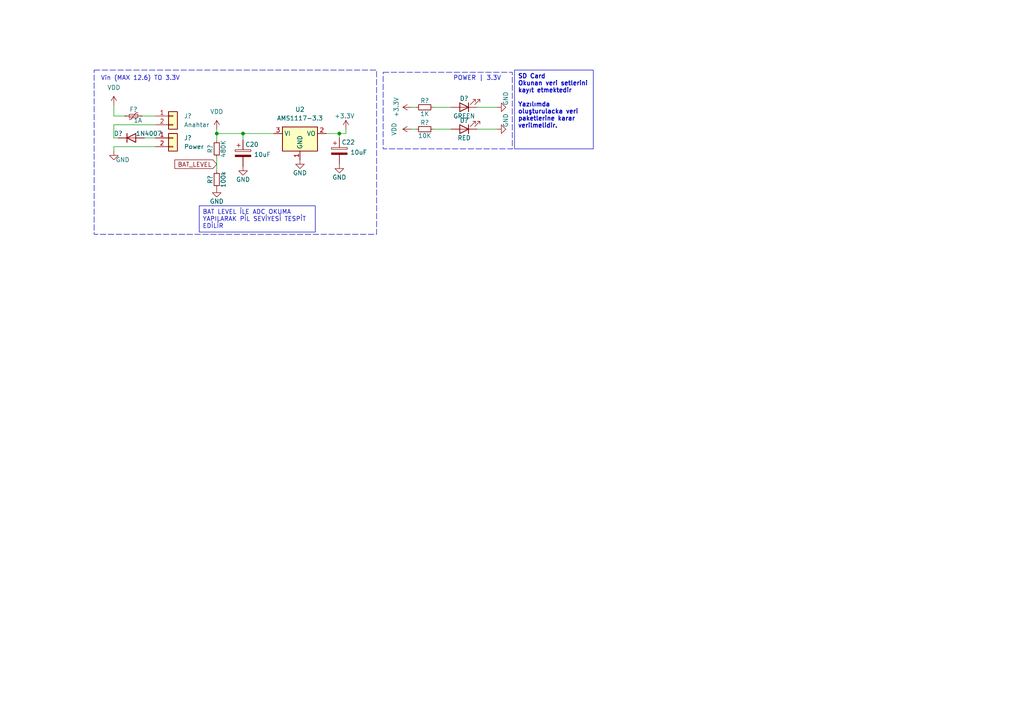
<source format=kicad_sch>
(kicad_sch (version 20230121) (generator eeschema)
  (paper "A4")
  (lib_symbols
    (symbol "Connector_Generic:Conn_01x02" (pin_names (offset 1.016) hide)
      (property "Reference" "J" (at 0 2.54 0))
      (property "Value" "Conn_01x02" (at 0 -5.08 0))
      (symbol "Conn_01x02_1_1"
        (rectangle (start -1.27 -2.413) (end 0 -2.667) (stroke (width 0.1524)))
        (rectangle (start -1.27 0.127) (end 0 -0.127) (stroke (width 0.1524)))
        (rectangle (start -1.27 1.27) (end 1.27 -3.81) (stroke (width 0.254)) (fill (type background)))
        (pin passive line (at -5.08 0 0) (length 3.81) (name "Pin_1") (number "1"))
        (pin passive line (at -5.08 -2.54 0) (length 3.81) (name "Pin_2") (number "2"))
      )
    )
    (symbol "Device:C_Polarized" (pin_numbers hide) (pin_names (offset 0.254))
      (property "Reference" "C" (at 0.635 2.54 0))
      (property "Value" "C_Polarized" (at 0.635 -2.54 0))
      (symbol "C_Polarized_0_1"
        (rectangle (start -2.286 0.508) (end 2.286 1.016))
        (polyline (pts (xy -1.778 2.286) (xy -0.762 2.286)))
        (polyline (pts (xy -1.27 2.794) (xy -1.27 1.778)))
        (rectangle (start 2.286 -0.508) (end -2.286 -1.016) (fill (type outline)))
      )
      (symbol "C_Polarized_1_1"
        (pin passive line (at 0 3.81 270) (length 2.794) (name "~") (number "1"))
        (pin passive line (at 0 -3.81 90) (length 2.794) (name "~") (number "2"))
      )
    )
    (symbol "Device:LED" (pin_numbers hide) (pin_names (offset 1.016) hide)
      (property "Reference" "D" (at 0 2.54 0))
      (property "Value" "LED" (at 0 -2.54 0))
      (symbol "LED_0_1"
        (polyline (pts (xy -1.27 -1.27) (xy -1.27 1.27)) (stroke (width 0.254)))
        (polyline (pts (xy -1.27 0) (xy 1.27 0)))
        (polyline (pts (xy 1.27 -1.27) (xy 1.27 1.27) (xy -1.27 0) (xy 1.27 -1.27)) (stroke (width 0.254)))
        (polyline (pts (xy -3.048 -0.762) (xy -4.572 -2.286) (xy -3.81 -2.286) (xy -4.572 -2.286) (xy -4.572 -1.524)))
        (polyline (pts (xy -1.778 -0.762) (xy -3.302 -2.286) (xy -2.54 -2.286) (xy -3.302 -2.286) (xy -3.302 -1.524)))
      )
      (symbol "LED_1_1"
        (pin passive line (at -3.81 0 0) (length 2.54) (name "K") (number "1"))
        (pin passive line (at 3.81 0 180) (length 2.54) (name "A") (number "2"))
      )
    )
    (symbol "Device:Polyfuse_Small" (pin_numbers hide) (pin_names (offset 0))
      (property "Reference" "F" (at -1.905 0 90))
      (property "Value" "Polyfuse_Small" (at 1.905 0 90))
      (symbol "Polyfuse_Small_0_1"
        (rectangle (start -0.508 1.27) (end 0.508 -1.27))
        (polyline (pts (xy 0 2.54) (xy 0 -2.54)))
        (polyline (pts (xy -1.016 1.27) (xy -1.016 0.762) (xy 1.016 -0.762) (xy 1.016 -1.27)))
      )
      (symbol "Polyfuse_Small_1_1"
        (pin passive line (at 0 2.54 270) (length 0.635) (name "~") (number "1"))
        (pin passive line (at 0 -2.54 90) (length 0.635) (name "~") (number "2"))
      )
    )
    (symbol "Device:R_Small" (pin_numbers hide) (pin_names (offset 0.254) hide)
      (property "Reference" "R" (at 0.762 0.508 0))
      (property "Value" "R_Small" (at 0.762 -1.016 0))
      (symbol "R_Small_0_1"
        (rectangle (start -0.762 1.778) (end 0.762 -1.778) (stroke (width 0.2032)))
      )
      (symbol "R_Small_1_1"
        (pin passive line (at 0 2.54 270) (length 0.762) (name "~") (number "1"))
        (pin passive line (at 0 -2.54 90) (length 0.762) (name "~") (number "2"))
      )
    )
    (symbol "Diode:1N4148W" (pin_numbers hide) (pin_names hide)
      (property "Reference" "D" (at 0 2.54 0))
      (property "Value" "1N4148W" (at 0 -2.54 0))
      (symbol "1N4148W_0_1"
        (polyline (pts (xy -1.27 1.27) (xy -1.27 -1.27)) (stroke (width 0.254)))
        (polyline (pts (xy 1.27 0) (xy -1.27 0)))
        (polyline (pts (xy 1.27 1.27) (xy 1.27 -1.27) (xy -1.27 0) (xy 1.27 1.27)) (stroke (width 0.254)))
      )
      (symbol "1N4148W_1_1"
        (pin passive line (at -3.81 0 0) (length 2.54) (name "K") (number "1"))
        (pin passive line (at 3.81 0 180) (length 2.54) (name "A") (number "2"))
      )
    )
    (symbol "Regulator_Linear:AMS1117-3.3"
      (property "Reference" "U" (at -3.81 3.175 0))
      (property "Value" "AMS1117-3.3" (at 0 3.175 0))
      (symbol "AMS1117-3.3_0_1"
        (rectangle (start -5.08 -5.08) (end 5.08 1.905) (stroke (width 0.254)) (fill (type background)))
      )
      (symbol "AMS1117-3.3_1_1"
        (pin power_in line (at 0 -7.62 90) (length 2.54) (name "GND") (number "1"))
        (pin power_out line (at 7.62 0 180) (length 2.54) (name "VO") (number "2"))
        (pin power_in line (at -7.62 0 0) (length 2.54) (name "VI") (number "3"))
      )
    )
    (symbol "power:+3.3V" (power) (pin_names (offset 0))
      (property "Value" "+3.3V" (at 0 3.556 0))
      (symbol "+3.3V_0_1"
        (polyline (pts (xy -0.762 1.27) (xy 0 2.54)))
        (polyline (pts (xy 0 0) (xy 0 2.54)))
        (polyline (pts (xy 0 2.54) (xy 0.762 1.27)))
      )
      (symbol "+3.3V_1_1"
        (pin power_in line (at 0 0 90) (length 0) hide (name "+3.3V") (number "1"))
      )
    )
    (symbol "power:GND" (power) (pin_names (offset 0))
      (property "Value" "GND" (at 0 -3.81 0))
      (symbol "GND_0_1"
        (polyline (pts (xy 0 0) (xy 0 -1.27) (xy 1.27 -1.27) (xy 0 -2.54) (xy -1.27 -1.27) (xy 0 -1.27)))
      )
      (symbol "GND_1_1"
        (pin power_in line (at 0 0 270) (length 0) hide (name "GND") (number "1"))
      )
    )
    (symbol "power:VDD" (power) (pin_names (offset 0))
      (property "Value" "VDD" (at 0 3.81 0))
      (symbol "VDD_0_1"
        (polyline (pts (xy -0.762 1.27) (xy 0 2.54)))
        (polyline (pts (xy 0 0) (xy 0 2.54)))
        (polyline (pts (xy 0 2.54) (xy 0.762 1.27)))
      )
      (symbol "VDD_1_1"
        (pin power_in line (at 0 0 90) (length 0) hide (name "VDD") (number "1"))
      )
    )
  )
  (junction (at 70.485 38.735))
  (junction (at 98.425 38.735))
  (junction (at 62.865 38.735))
  (wire (pts (xy 36.195 33.655) (xy 33.02 33.655)))
  (wire (pts (xy 33.02 36.195) (xy 33.02 40.005)))
  (wire (pts (xy 94.615 38.735) (xy 98.425 38.735)))
  (wire (pts (xy 41.275 33.655) (xy 45.085 33.655)))
  (wire (pts (xy 119.38 31.115) (xy 120.65 31.115)))
  (wire (pts (xy 41.91 40.005) (xy 45.085 40.005)))
  (wire (pts (xy 100.33 37.465) (xy 100.33 38.735)))
  (wire (pts (xy 125.73 31.115) (xy 130.81 31.115)))
  (wire (pts (xy 70.485 40.64) (xy 70.485 38.735)))
  (wire (pts (xy 62.865 38.735) (xy 70.485 38.735)))
  (wire (pts (xy 33.02 42.545) (xy 33.02 43.815)))
  (wire (pts (xy 45.085 42.545) (xy 33.02 42.545)))
  (wire (pts (xy 62.865 45.72) (xy 62.865 49.53)))
  (wire (pts (xy 125.73 37.465) (xy 130.81 37.465)))
  (wire (pts (xy 119.38 37.465) (xy 120.65 37.465)))
  (wire (pts (xy 138.43 31.115) (xy 144.145 31.115)))
  (wire (pts (xy 33.02 40.005) (xy 34.29 40.005)))
  (wire (pts (xy 138.43 37.465) (xy 144.145 37.465)))
  (wire (pts (xy 33.02 36.195) (xy 45.085 36.195)))
  (wire (pts (xy 62.865 38.735) (xy 62.865 40.64)))
  (wire (pts (xy 100.33 38.735) (xy 98.425 38.735)))
  (wire (pts (xy 70.485 38.735) (xy 79.375 38.735)))
  (wire (pts (xy 98.425 38.735) (xy 98.425 40.005)))
  (wire (pts (xy 33.02 30.48) (xy 33.02 33.655)))
  (wire (pts (xy 62.865 37.465) (xy 62.865 38.735)))
  (rectangle (start 27.305 20.32) (end 109.22 67.945) (stroke (width 0) (type dash)))
  (rectangle (start 111.125 20.955) (end 148.59 43.18) (stroke (width 0) (type dash)))
  (text_box "SD Card\nOkunan veri setlerini kayıt etmektedir\n\nYazılımda oluşturulacka veri paketlerine karar verilmelidir.\n" (at 149.225 20.32 0) (size 22.86 22.86) (effects (font (size 1.27 1.27) bold) (justify left top)))
  (text_box "BAT LEVEL İLE ADC OKUMA YAPILARAK PİL SEVİYESİ TESPİT EDİLİR" (at 57.785 59.69 0) (size 33.655 7.62) (effects (font (size 1.27 1.27)) (justify left top)))
  (text "Vin (MAX 12.6) TO 3.3V" (at 29.21 23.495 0) (effects (font (size 1.27 1.27)) (justify left bottom)))
  (text "POWER | 3.3V" (at 131.445 23.495 0) (effects (font (size 1.27 1.27)) (justify left bottom)))
  (global_label "BAT_LEVEL" (shape input) (at 62.865 47.625 180) (property "Intersheetrefs" "${INTERSHEET_REFS}" (effects hide)))
  (symbol (lib_id "power:GND") (at 144.145 31.115 90) (unit 1)
    (property "Reference" "#PWR?" (effects hide))
    (property "Value" "GND" (at 146.685 28.575 0))
    (instances (project "Adberilgen_Ana_Sistem" (path "" (reference "#PWR?") (unit 1))) (project "hecatlon_raid_eye" (path "" (reference "#PWR071") (unit 1)) (path "" (reference "#PWR040") (unit 1))) (project "Flight_Control_Card" (path "" (reference "#PWR?") (unit 1))) (project "Adberilgen_Ana_Sistem_V2" (path "" (reference "#PWR?") (unit 1))) (project "Flight_Control_Card_V2" (path "" (reference "#PWR?") (unit 1))))
  )
  (symbol (lib_id "power:GND") (at 98.425 47.625 0) (unit 1)
    (property "Reference" "#PWR040" (effects hide))
    (property "Value" "GND" (at 98.425 51.435 0))
    (instances (project "hecatlon_raid_eye" (path "" (reference "#PWR040") (unit 1)) (path "" (reference "#PWR071") (unit 1))) (project "BeyondX_Özgün_UKB" (path "" (reference "#PWR?") (unit 1))))
  )
  (symbol (lib_id "power:GND") (at 33.02 43.815 0) (unit 1)
    (property "Reference" "#PWR?" (effects hide))
    (property "Value" "GND" (at 35.56 46.355 0))
    (instances (project "Adberilgen_Ana_Sistem" (path "" (reference "#PWR?") (unit 1))) (project "hecatlon_raid_eye" (path "" (reference "#PWR048") (unit 1)) (path "" (reference "#PWR058") (unit 1))) (project "Flight_Control_Card" (path "" (reference "#PWR?") (unit 1))) (project "Adberilgen_Ana_Sistem_V2" (path "" (reference "#PWR?") (unit 1))) (project "Flight_Control_Card_V2" (path "" (reference "#PWR?") (unit 1))))
  )
  (symbol (lib_id "Connector_Generic:Conn_01x02") (at 50.165 33.655 0) (unit 1)
    (property "Reference" "J?" (at 53.34 33.655 0) (effects (justify left)))
    (property "Value" "Anahtar" (at 53.34 36.195 0) (effects (justify left)))
    (property "Footprint" "Connector_JST:JST_EH_B2B-EH-A_1x02_P2.50mm_Vertical" (effects hide))
    (instances (project "Adberilgen_Ana_Sistem" (path "" (reference "J?") (unit 1))) (project "hecatlon_raid_eye" (path "" (reference "J3") (unit 1)) (path "" (reference "J3") (unit 1))) (project "Flight_Control_Card" (path "" (reference "J?") (unit 1))) (project "Adberilgen_Ana_Sistem_V2" (path "" (reference "J?") (unit 1))) (project "Flight_Control_Card_V2" (path "" (reference "J?") (unit 1))))
  )
  (symbol (lib_id "power:VDD") (at 33.02 30.48 0) (unit 1)
    (property "Reference" "#PWR?" (effects hide))
    (property "Value" "VDD" (at 33.02 25.4 0))
    (instances (project "Adberilgen_Ana_Sistem" (path "" (reference "#PWR?") (unit 1))) (project "hecatlon_raid_eye" (path "" (reference "#PWR036") (unit 1)) (path "" (reference "#PWR014") (unit 1))) (project "Flight_Control_Card" (path "" (reference "#PWR?") (unit 1))) (project "Adberilgen_Ana_Sistem_V2" (path "" (reference "#PWR?") (unit 1))) (project "Flight_Control_Card_V2" (path "" (reference "#PWR?") (unit 1))))
  )
  (symbol (lib_id "Diode:1N4148W") (at 38.1 40.005 0) (unit 1)
    (property "Reference" "D?" (at 33.02 38.735 0) (effects (justify left)))
    (property "Value" "1N4007" (at 39.37 38.735 0) (effects (justify left)))
    (property "Footprint" "Diode_SMD:D_SOD-128" (effects hide))
    (property "Datasheet" "https://www.vishay.com/docs/85748/1n4148w.pdf" (effects hide))
    (property "Sim.Device" "D" (effects hide))
    (property "Sim.Pins" "1=K 2=A" (effects hide))
    (instances (project "Adberilgen_Ana_Sistem" (path "" (reference "D?") (unit 1))) (project "hecatlon_raid_eye" (path "" (reference "D5") (unit 1)) (path "" (reference "D7") (unit 1))) (project "Flight_Control_Card" (path "" (reference "D?") (unit 1))) (project "Adberilgen_Ana_Sistem_V2" (path "" (reference "D?") (unit 1))) (project "Flight_Control_Card_V2" (path "" (reference "D?") (unit 1))))
  )
  (symbol (lib_id "Connector_Generic:Conn_01x02") (at 50.165 40.005 0) (unit 1)
    (property "Reference" "J?" (at 53.34 40.005 0) (effects (justify left)))
    (property "Value" "Power" (at 53.34 42.545 0) (effects (justify left)))
    (property "Footprint" "Connector_JST:JST_EH_B2B-EH-A_1x02_P2.50mm_Vertical" (effects hide))
    (instances (project "Adberilgen_Ana_Sistem" (path "" (reference "J?") (unit 1))) (project "hecatlon_raid_eye" (path "" (reference "J6") (unit 1)) (path "" (reference "J4") (unit 1))) (project "Flight_Control_Card" (path "" (reference "J?") (unit 1))) (project "Adberilgen_Ana_Sistem_V2" (path "" (reference "J?") (unit 1))) (project "Flight_Control_Card_V2" (path "" (reference "J?") (unit 1))))
  )
  (symbol (lib_id "Device:R_Small") (at 62.865 43.18 0) (unit 1)
    (property "Reference" "R?" (at 60.96 43.18 90))
    (property "Value" "480K" (at 64.77 43.18 90))
    (property "Footprint" "Resistor_SMD:R_0805_2012Metric" (effects hide))
    (instances (project "Adberilgen_Ana_Sistem" (path "" (reference "R?") (unit 1))) (project "hecatlon_raid_eye" (path "" (reference "R20") (unit 1)) (path "" (reference "R26") (unit 1))) (project "Flight_Control_Card" (path "" (reference "R?") (unit 1))) (project "Adberilgen_Ana_Sistem_V2" (path "" (reference "R?") (unit 1))) (project "Flight_Control_Card_V2" (path "" (reference "R?") (unit 1))))
  )
  (symbol (lib_id "Device:R_Small") (at 123.19 31.115 90) (unit 1)
    (property "Reference" "R?" (at 123.19 29.21 90))
    (property "Value" "1K" (at 123.19 33.02 90))
    (property "Footprint" "Resistor_SMD:R_0805_2012Metric" (effects hide))
    (instances (project "Adberilgen_Ana_Sistem" (path "" (reference "R?") (unit 1))) (project "hecatlon_raid_eye" (path "" (reference "R29") (unit 1)) (path "" (reference "R20") (unit 1))) (project "Flight_Control_Card" (path "" (reference "R?") (unit 1))) (project "Adberilgen_Ana_Sistem_V2" (path "" (reference "R?") (unit 1))) (project "Flight_Control_Card_V2" (path "" (reference "R?") (unit 1))))
  )
  (symbol (lib_id "power:+3.3V") (at 100.33 37.465 0) (unit 1)
    (property "Reference" "#PWR?" (effects hide))
    (property "Value" "+3.3V" (at 102.87 33.655 0) (effects (justify right)))
    (instances (project "Adberilgen_Ana_Sistem" (path "" (reference "#PWR?") (unit 1))) (project "hecatlon_raid_eye" (path "" (reference "#PWR054") (unit 1)) (path "" (reference "#PWR048") (unit 1))) (project "Flight_Control_Card" (path "" (reference "#PWR?") (unit 1))) (project "Adberilgen_Ana_Sistem_V2" (path "" (reference "#PWR?") (unit 1))) (project "Flight_Control_Card_V2" (path "" (reference "#PWR?") (unit 1))))
  )
  (symbol (lib_id "Device:C_Polarized") (at 70.485 44.45 0) (unit 1)
    (property "Reference" "C20" (at 71.12 41.91 0) (effects (justify left)))
    (property "Value" "10uF" (at 73.66 44.831 0) (effects (justify left)))
    (property "Footprint" "Capacitor_Tantalum_SMD:CP_EIA-3216-18_Kemet-A" (effects hide))
    (instances (project "hecatlon_raid_eye" (path "" (reference "C20") (unit 1)) (path "" (reference "C22") (unit 1))))
  )
  (symbol (lib_id "power:VDD") (at 119.38 37.465 90) (unit 1)
    (property "Reference" "#PWR?" (effects hide))
    (property "Value" "VDD" (at 114.3 37.465 0))
    (instances (project "Adberilgen_Ana_Sistem" (path "" (reference "#PWR?") (unit 1))) (project "hecatlon_raid_eye" (path "" (reference "#PWR072") (unit 1)) (path "" (reference "#PWR051") (unit 1))) (project "Flight_Control_Card" (path "" (reference "#PWR?") (unit 1))) (project "Adberilgen_Ana_Sistem_V2" (path "" (reference "#PWR?") (unit 1))) (project "Flight_Control_Card_V2" (path "" (reference "#PWR?") (unit 1))))
  )
  (symbol (lib_id "Device:LED") (at 134.62 37.465 180) (unit 1)
    (property "Reference" "D?" (at 134.62 34.925 0))
    (property "Value" "RED" (at 134.62 40.005 0))
    (property "Footprint" "LED_SMD:LED_0805_2012Metric" (effects hide))
    (instances (project "Adberilgen_Ana_Sistem" (path "" (reference "D?") (unit 1))) (project "hecatlon_raid_eye" (path "" (reference "D7") (unit 1)) (path "" (reference "D6") (unit 1))) (project "Adberilgen_Ana_Sistem_V2" (path "" (reference "D?") (unit 1))))
  )
  (symbol (lib_id "Device:R_Small") (at 62.865 52.07 0) (unit 1)
    (property "Reference" "R?" (at 60.96 52.07 90))
    (property "Value" "100k" (at 64.77 52.07 90))
    (property "Footprint" "Resistor_SMD:R_0805_2012Metric" (effects hide))
    (instances (project "Adberilgen_Ana_Sistem" (path "" (reference "R?") (unit 1))) (project "hecatlon_raid_eye" (path "" (reference "R24") (unit 1)) (path "" (reference "R27") (unit 1))) (project "Flight_Control_Card" (path "" (reference "R?") (unit 1))) (project "Adberilgen_Ana_Sistem_V2" (path "" (reference "R?") (unit 1))) (project "Flight_Control_Card_V2" (path "" (reference "R?") (unit 1))))
  )
  (symbol (lib_id "Device:LED") (at 134.62 31.115 180) (unit 1)
    (property "Reference" "D?" (at 134.62 28.575 0))
    (property "Value" "GREEN" (at 134.62 33.655 0))
    (property "Footprint" "LED_SMD:LED_0805_2012Metric" (effects hide))
    (instances (project "Adberilgen_Ana_Sistem" (path "" (reference "D?") (unit 1))) (project "hecatlon_raid_eye" (path "" (reference "D6") (unit 1)) (path "" (reference "D5") (unit 1))) (project "Adberilgen_Ana_Sistem_V2" (path "" (reference "D?") (unit 1))))
  )
  (symbol (lib_id "Device:Polyfuse_Small") (at 38.735 33.655 90) (unit 1)
    (property "Reference" "F?" (at 38.735 31.75 90))
    (property "Value" "1A" (at 40.005 34.925 90))
    (property "Footprint" "Fuse:Fuse_2010_5025Metric_Pad1.52x2.65mm_HandSolder" (effects hide))
    (instances (project "Adberilgen_Ana_Sistem" (path "" (reference "F?") (unit 1))) (project "hecatlon_raid_eye" (path "" (reference "F1") (unit 1)) (path "" (reference "F1") (unit 1))) (project "Flight_Control_Card" (path "" (reference "F?") (unit 1))) (project "Adberilgen_Ana_Sistem_V2" (path "" (reference "F?") (unit 1))) (project "Flight_Control_Card_V2" (path "" (reference "F?") (unit 1))))
  )
  (symbol (lib_id "power:GND") (at 62.865 54.61 0) (unit 1)
    (property "Reference" "#PWR?" (effects hide))
    (property "Value" "GND" (at 62.865 58.42 0))
    (instances (project "Adberilgen_Ana_Sistem" (path "" (reference "#PWR?") (unit 1))) (project "hecatlon_raid_eye" (path "" (reference "#PWR058") (unit 1)) (path "" (reference "#PWR073") (unit 1))) (project "Flight_Control_Card" (path "" (reference "#PWR?") (unit 1))) (project "Adberilgen_Ana_Sistem_V2" (path "" (reference "#PWR?") (unit 1))) (project "Flight_Control_Card_V2" (path "" (reference "#PWR?") (unit 1))))
  )
  (symbol (lib_id "Regulator_Linear:AMS1117-3.3") (at 86.995 38.735 0) (unit 1)
    (property "Reference" "U2" (at 86.995 31.75 0))
    (property "Value" "AMS1117-3.3" (at 86.995 34.29 0))
    (property "Footprint" "Package_TO_SOT_SMD:SOT-223-3_TabPin2" (effects hide))
    (property "Datasheet" "http://www.advanced-monolithic.com/pdf/ds1117.pdf" (effects hide))
  )
  (symbol (lib_id "Device:C_Polarized") (at 98.425 43.815 0) (unit 1)
    (property "Reference" "C22" (at 99.06 41.275 0) (effects (justify left)))
    (property "Value" "10uF" (at 101.6 44.196 0) (effects (justify left)))
    (property "Footprint" "Capacitor_Tantalum_SMD:CP_EIA-3216-18_Kemet-A" (effects hide))
    (instances (project "hecatlon_raid_eye" (path "" (reference "C22") (unit 1)) (path "" (reference "C20") (unit 1))))
  )
  (symbol (lib_id "Device:R_Small") (at 123.19 37.465 90) (unit 1)
    (property "Reference" "R?" (at 123.19 35.56 90))
    (property "Value" "10K" (at 123.19 39.37 90))
    (property "Footprint" "Resistor_SMD:R_0805_2012Metric" (effects hide))
    (instances (project "Adberilgen_Ana_Sistem" (path "" (reference "R?") (unit 1))) (project "hecatlon_raid_eye" (path "" (reference "R32") (unit 1)) (path "" (reference "R24") (unit 1))) (project "Flight_Control_Card" (path "" (reference "R?") (unit 1))) (project "Adberilgen_Ana_Sistem_V2" (path "" (reference "R?") (unit 1))) (project "Flight_Control_Card_V2" (path "" (reference "R?") (unit 1))))
  )
  (symbol (lib_id "power:+3.3V") (at 119.38 31.115 90) (unit 1)
    (property "Reference" "#PWR?" (effects hide))
    (property "Value" "+3.3V" (at 114.935 31.115 0))
    (instances (project "Adberilgen_Ana_Sistem" (path "" (reference "#PWR?") (unit 1))) (project "hecatlon_raid_eye" (path "" (reference "#PWR070") (unit 1)) (path "" (reference "#PWR036") (unit 1))) (project "Flight_Control_Card" (path "" (reference "#PWR?") (unit 1))) (project "Adberilgen_Ana_Sistem_V2" (path "" (reference "#PWR?") (unit 1))) (project "Flight_Control_Card_V2" (path "" (reference "#PWR?") (unit 1))))
  )
  (symbol (lib_id "power:GND") (at 70.485 48.26 0) (unit 1)
    (property "Reference" "#PWR014" (effects hide))
    (property "Value" "GND" (at 70.485 52.07 0))
    (instances (project "hecatlon_raid_eye" (path "" (reference "#PWR014") (unit 1)) (path "" (reference "#PWR072") (unit 1))) (project "BeyondX_Özgün_UKB" (path "" (reference "#PWR?") (unit 1))))
  )
  (symbol (lib_id "power:GND") (at 144.145 37.465 90) (unit 1)
    (property "Reference" "#PWR?" (effects hide))
    (property "Value" "GND" (at 146.685 34.925 0))
    (instances (project "Adberilgen_Ana_Sistem" (path "" (reference "#PWR?") (unit 1))) (project "hecatlon_raid_eye" (path "" (reference "#PWR073") (unit 1)) (path "" (reference "#PWR054") (unit 1))) (project "Flight_Control_Card" (path "" (reference "#PWR?") (unit 1))) (project "Adberilgen_Ana_Sistem_V2" (path "" (reference "#PWR?") (unit 1))) (project "Flight_Control_Card_V2" (path "" (reference "#PWR?") (unit 1))))
  )
  (symbol (lib_id "power:GND") (at 86.995 46.355 0) (unit 1)
    (property "Reference" "#PWR051" (effects hide))
    (property "Value" "GND" (at 86.995 50.165 0))
    (instances (project "hecatlon_raid_eye" (path "" (reference "#PWR051") (unit 1)) (path "" (reference "#PWR070") (unit 1))) (project "BeyondX_Özgün_UKB" (path "" (reference "#PWR?") (unit 1))))
  )
  (symbol (lib_id "power:VDD") (at 62.865 37.465 0) (unit 1)
    (property "Reference" "#PWR?" (effects hide))
    (property "Value" "VDD" (at 62.865 32.385 0))
    (instances (project "Adberilgen_Ana_Sistem" (path "" (reference "#PWR?") (unit 1))) (project "hecatlon_raid_eye" (path "" (reference "#PWR041") (unit 1)) (path "" (reference "#PWR041") (unit 1))) (project "Flight_Control_Card" (path "" (reference "#PWR?") (unit 1))) (project "Adberilgen_Ana_Sistem_V2" (path "" (reference "#PWR?") (unit 1))) (project "Flight_Control_Card_V2" (path "" (reference "#PWR?") (unit 1))))
  )
)
</source>
